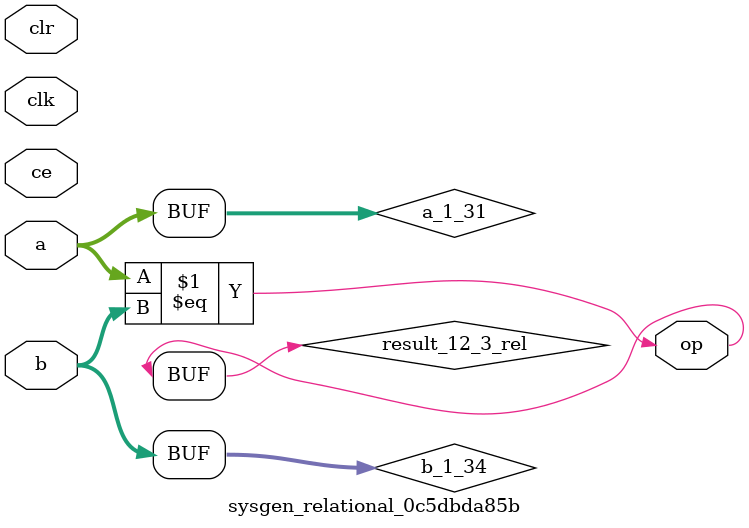
<source format=v>
module sysgen_relational_0c5dbda85b (
  input [(8 - 1):0] a,
  input [(8 - 1):0] b,
  output [(1 - 1):0] op,
  input clk,
  input ce,
  input clr);
  wire [(8 - 1):0] a_1_31;
  wire [(8 - 1):0] b_1_34;
  localparam [(1 - 1):0] const_value = 1'b1;
  wire result_12_3_rel;
  assign a_1_31 = a;
  assign b_1_34 = b;
  assign result_12_3_rel = a_1_31 == b_1_34;
  assign op = result_12_3_rel;
endmodule
</source>
